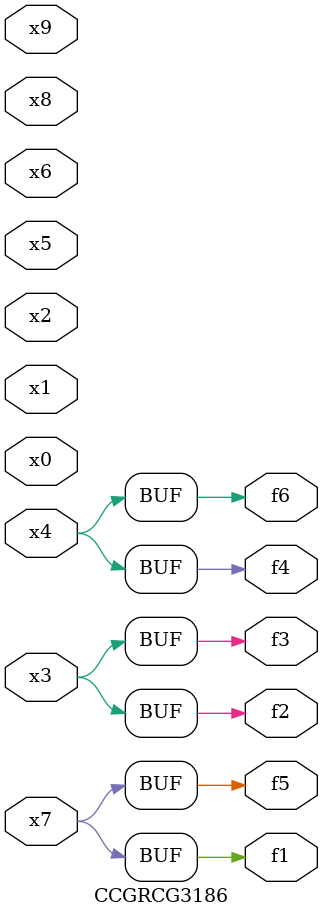
<source format=v>
module CCGRCG3186(
	input x0, x1, x2, x3, x4, x5, x6, x7, x8, x9,
	output f1, f2, f3, f4, f5, f6
);
	assign f1 = x7;
	assign f2 = x3;
	assign f3 = x3;
	assign f4 = x4;
	assign f5 = x7;
	assign f6 = x4;
endmodule

</source>
